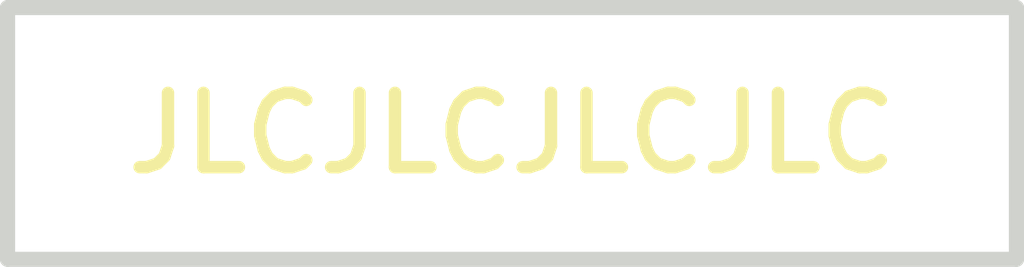
<source format=kicad_pcb>
(kicad_pcb (version 20171130) (host pcbnew "(5.1.4)-1")

  (general
    (thickness 1.6)
    (drawings 5)
    (tracks 0)
    (zones 0)
    (modules 0)
    (nets 1)
  )

  (page A4)
  (layers
    (0 F.Cu signal)
    (31 B.Cu signal)
    (32 B.Adhes user)
    (33 F.Adhes user)
    (34 B.Paste user)
    (35 F.Paste user)
    (36 B.SilkS user)
    (37 F.SilkS user)
    (38 B.Mask user)
    (39 F.Mask user)
    (40 Dwgs.User user)
    (41 Cmts.User user)
    (42 Eco1.User user)
    (43 Eco2.User user)
    (44 Edge.Cuts user)
    (45 Margin user)
    (46 B.CrtYd user)
    (47 F.CrtYd user)
    (48 B.Fab user)
    (49 F.Fab user)
  )

  (setup
    (last_trace_width 0.25)
    (trace_clearance 0.2)
    (zone_clearance 0.508)
    (zone_45_only no)
    (trace_min 0.2)
    (via_size 0.8)
    (via_drill 0.4)
    (via_min_size 0.4)
    (via_min_drill 0.3)
    (uvia_size 0.3)
    (uvia_drill 0.1)
    (uvias_allowed no)
    (uvia_min_size 0.2)
    (uvia_min_drill 0.1)
    (edge_width 0.05)
    (segment_width 0.2)
    (pcb_text_width 0.3)
    (pcb_text_size 1.5 1.5)
    (mod_edge_width 0.12)
    (mod_text_size 1 1)
    (mod_text_width 0.15)
    (pad_size 1.524 1.524)
    (pad_drill 0.762)
    (pad_to_mask_clearance 0.051)
    (solder_mask_min_width 0.25)
    (aux_axis_origin 152.4 110.49)
    (grid_origin 152.4 110.49)
    (visible_elements FFFFFF7F)
    (pcbplotparams
      (layerselection 0x010fc_ffffffff)
      (usegerberextensions false)
      (usegerberattributes false)
      (usegerberadvancedattributes false)
      (creategerberjobfile false)
      (excludeedgelayer true)
      (linewidth 0.100000)
      (plotframeref false)
      (viasonmask false)
      (mode 1)
      (useauxorigin true)
      (hpglpennumber 1)
      (hpglpenspeed 20)
      (hpglpendiameter 15.000000)
      (psnegative false)
      (psa4output false)
      (plotreference false)
      (plotvalue false)
      (plotinvisibletext false)
      (padsonsilk false)
      (subtractmaskfromsilk true)
      (outputformat 1)
      (mirror false)
      (drillshape 0)
      (scaleselection 1)
      (outputdirectory "Placeholder Gerbers 3-27-1559/"))
  )

  (net 0 "")

  (net_class Default "This is the default net class."
    (clearance 0.2)
    (trace_width 0.25)
    (via_dia 0.8)
    (via_drill 0.4)
    (uvia_dia 0.3)
    (uvia_drill 0.1)
  )

  (gr_text JLCJLCJLCJLC (at 152.4 110.49) (layer F.SilkS)
    (effects (font (size 1.5 1.5) (thickness 0.25)))
  )
  (gr_line (start 142.24 113.03) (end 142.24 107.95) (layer Edge.Cuts) (width 0.3048) (tstamp 5E7E5A67))
  (gr_line (start 162.56 113.03) (end 142.24 113.03) (layer Edge.Cuts) (width 0.3048))
  (gr_line (start 162.56 107.95) (end 162.56 113.03) (layer Edge.Cuts) (width 0.3048))
  (gr_line (start 142.24 107.95) (end 162.56 107.95) (layer Edge.Cuts) (width 0.3048))

)

</source>
